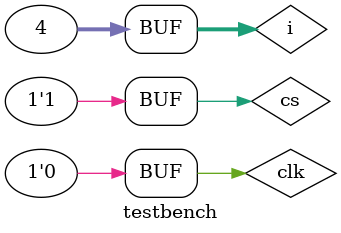
<source format=v>


module testbench;

   reg clk = 0;
   reg cs;
   reg sr_in;
   reg [7:0] data;
   wire      sr_out;
   wire [7:0] gpioout;
   integer    i;

   spigpio testbe(.clk(clk),
		  .cs(cs),
		  .sr_in(sr_in),
		  .gpioout(gpioout),
		  .sr_out(sr_out));
   initial
     begin
	i = 0;
	data = 8'hAA;
	cs = 1'b0;
	for (i = 0; i<9; i = i+1)
	  begin
	     #10 clk = 1;
	     #10 clk = 0;
	  end
	cs =  1'b1;
	for (i=0; i<4; i = i + 1)
	  begin
	     #10 clk = 1;
	     #10 clk = 0;
	  end
     end 
   always @(negedge clk)
     begin
	sr_in =  data[7];
	data = data << 1;
     end
   initial
     begin
        $dumpfile("spigpio.vcd");
	$dumpvars(0,clk,cs,sr_in,gpioout,sr_out);
     end
endmodule

</source>
